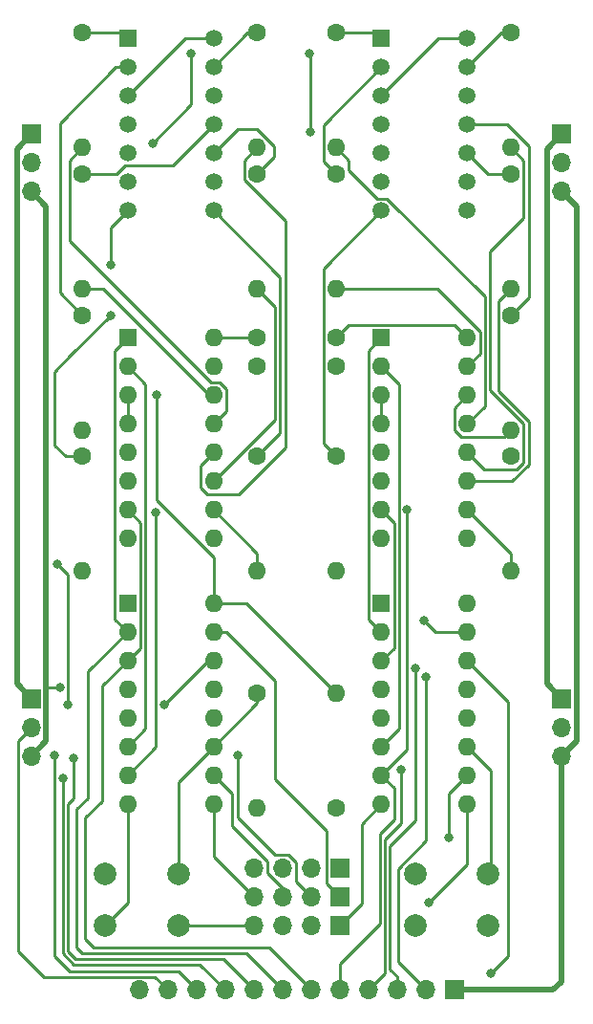
<source format=gtl>
G04 #@! TF.GenerationSoftware,KiCad,Pcbnew,6.0.1-79c1e3a40b~116~ubuntu21.04.1*
G04 #@! TF.CreationDate,2022-02-15T17:04:30-05:00*
G04 #@! TF.ProjectId,display_module,64697370-6c61-4795-9f6d-6f64756c652e,rev?*
G04 #@! TF.SameCoordinates,Original*
G04 #@! TF.FileFunction,Copper,L1,Top*
G04 #@! TF.FilePolarity,Positive*
%FSLAX46Y46*%
G04 Gerber Fmt 4.6, Leading zero omitted, Abs format (unit mm)*
G04 Created by KiCad (PCBNEW 6.0.1-79c1e3a40b~116~ubuntu21.04.1) date 2022-02-15 17:04:30*
%MOMM*%
%LPD*%
G01*
G04 APERTURE LIST*
G04 #@! TA.AperFunction,ComponentPad*
%ADD10R,1.700000X1.700000*%
G04 #@! TD*
G04 #@! TA.AperFunction,ComponentPad*
%ADD11O,1.700000X1.700000*%
G04 #@! TD*
G04 #@! TA.AperFunction,ComponentPad*
%ADD12R,1.500000X1.500000*%
G04 #@! TD*
G04 #@! TA.AperFunction,ComponentPad*
%ADD13C,1.500000*%
G04 #@! TD*
G04 #@! TA.AperFunction,ComponentPad*
%ADD14R,1.600000X1.600000*%
G04 #@! TD*
G04 #@! TA.AperFunction,ComponentPad*
%ADD15O,1.600000X1.600000*%
G04 #@! TD*
G04 #@! TA.AperFunction,ComponentPad*
%ADD16C,1.600000*%
G04 #@! TD*
G04 #@! TA.AperFunction,ComponentPad*
%ADD17C,2.000000*%
G04 #@! TD*
G04 #@! TA.AperFunction,ViaPad*
%ADD18C,0.800000*%
G04 #@! TD*
G04 #@! TA.AperFunction,Conductor*
%ADD19C,0.250000*%
G04 #@! TD*
G04 #@! TA.AperFunction,Conductor*
%ADD20C,0.500000*%
G04 #@! TD*
G04 APERTURE END LIST*
D10*
X119500000Y-56960000D03*
D11*
X119500000Y-59500000D03*
X119500000Y-62040000D03*
D10*
X72500000Y-56960000D03*
D11*
X72500000Y-59500000D03*
X72500000Y-62040000D03*
D10*
X119500000Y-106960000D03*
D11*
X119500000Y-109500000D03*
X119500000Y-112040000D03*
D10*
X109998000Y-132750000D03*
D11*
X107458000Y-132750000D03*
X104918000Y-132750000D03*
X102378000Y-132750000D03*
X99838000Y-132750000D03*
X97298000Y-132750000D03*
X94758000Y-132750000D03*
X92218000Y-132750000D03*
X89678000Y-132750000D03*
X87138000Y-132750000D03*
X84598000Y-132750000D03*
X82058000Y-132750000D03*
D12*
X103500000Y-48500000D03*
D13*
X103500000Y-51040000D03*
X103500000Y-53580000D03*
X103500000Y-56120000D03*
X103500000Y-58660000D03*
X103500000Y-61200000D03*
X103500000Y-63740000D03*
X111120000Y-63740000D03*
X111120000Y-61200000D03*
X111120000Y-58660000D03*
X111120000Y-56120000D03*
X111120000Y-53580000D03*
X111120000Y-51040000D03*
X111120000Y-48500000D03*
D14*
X103500000Y-75000000D03*
D15*
X103500000Y-77540000D03*
X103500000Y-80080000D03*
X103500000Y-82620000D03*
X103500000Y-85160000D03*
X103500000Y-87700000D03*
X103500000Y-90240000D03*
X103500000Y-92780000D03*
X111120000Y-92780000D03*
X111120000Y-90240000D03*
X111120000Y-87700000D03*
X111120000Y-85160000D03*
X111120000Y-82620000D03*
X111120000Y-80080000D03*
X111120000Y-77540000D03*
X111120000Y-75000000D03*
D14*
X103500000Y-98500000D03*
D15*
X103500000Y-101040000D03*
X103500000Y-103580000D03*
X103500000Y-106120000D03*
X103500000Y-108660000D03*
X103500000Y-111200000D03*
X103500000Y-113740000D03*
X103500000Y-116280000D03*
X111120000Y-116280000D03*
X111120000Y-113740000D03*
X111120000Y-111200000D03*
X111120000Y-108660000D03*
X111120000Y-106120000D03*
X111120000Y-103580000D03*
X111120000Y-101040000D03*
X111120000Y-98500000D03*
D16*
X99500000Y-48000000D03*
D15*
X99500000Y-58160000D03*
D16*
X115000000Y-48000000D03*
D15*
X115000000Y-58160000D03*
D16*
X115000000Y-60500000D03*
D15*
X115000000Y-70660000D03*
D16*
X115000000Y-85500000D03*
D15*
X115000000Y-95660000D03*
D16*
X99500000Y-85500000D03*
D15*
X99500000Y-95660000D03*
D16*
X99500000Y-60500000D03*
D15*
X99500000Y-70660000D03*
D16*
X77000000Y-48000000D03*
D15*
X77000000Y-58160000D03*
D16*
X92500000Y-48000000D03*
D15*
X92500000Y-58160000D03*
D16*
X92500000Y-60500000D03*
D15*
X92500000Y-70660000D03*
D16*
X92500000Y-85500000D03*
D15*
X92500000Y-95660000D03*
D16*
X77000000Y-85500000D03*
D15*
X77000000Y-95660000D03*
D16*
X77000000Y-73000000D03*
D15*
X77000000Y-83160000D03*
D16*
X77000000Y-60500000D03*
D15*
X77000000Y-70660000D03*
D17*
X85500000Y-127000000D03*
X79000000Y-127000000D03*
X85500000Y-122500000D03*
X79000000Y-122500000D03*
X113000000Y-127000000D03*
X106500000Y-127000000D03*
X106500000Y-122500000D03*
X113000000Y-122500000D03*
D14*
X81000000Y-75000000D03*
D15*
X81000000Y-77540000D03*
X81000000Y-80080000D03*
X81000000Y-82620000D03*
X81000000Y-85160000D03*
X81000000Y-87700000D03*
X81000000Y-90240000D03*
X81000000Y-92780000D03*
X88620000Y-92780000D03*
X88620000Y-90240000D03*
X88620000Y-87700000D03*
X88620000Y-85160000D03*
X88620000Y-82620000D03*
X88620000Y-80080000D03*
X88620000Y-77540000D03*
X88620000Y-75000000D03*
D14*
X81000000Y-98500000D03*
D15*
X81000000Y-101040000D03*
X81000000Y-103580000D03*
X81000000Y-106120000D03*
X81000000Y-108660000D03*
X81000000Y-111200000D03*
X81000000Y-113740000D03*
X81000000Y-116280000D03*
X88620000Y-116280000D03*
X88620000Y-113740000D03*
X88620000Y-111200000D03*
X88620000Y-108660000D03*
X88620000Y-106120000D03*
X88620000Y-103580000D03*
X88620000Y-101040000D03*
X88620000Y-98500000D03*
D12*
X81000000Y-48500000D03*
D13*
X81000000Y-51040000D03*
X81000000Y-53580000D03*
X81000000Y-56120000D03*
X81000000Y-58660000D03*
X81000000Y-61200000D03*
X81000000Y-63740000D03*
X88620000Y-63740000D03*
X88620000Y-61200000D03*
X88620000Y-58660000D03*
X88620000Y-56120000D03*
X88620000Y-53580000D03*
X88620000Y-51040000D03*
X88620000Y-48500000D03*
D16*
X92500000Y-75000000D03*
X92500000Y-77500000D03*
X99500000Y-75000000D03*
X99500000Y-77500000D03*
D10*
X99823000Y-121980000D03*
D11*
X97283000Y-121980000D03*
X94743000Y-121980000D03*
X92203000Y-121980000D03*
D10*
X99823000Y-124520000D03*
D11*
X97283000Y-124520000D03*
X94743000Y-124520000D03*
X92203000Y-124520000D03*
D10*
X99823000Y-127060000D03*
D11*
X97283000Y-127060000D03*
X94743000Y-127060000D03*
X92203000Y-127060000D03*
D16*
X92500000Y-106500000D03*
D15*
X92500000Y-116660000D03*
D16*
X99500000Y-116660000D03*
D15*
X99500000Y-106500000D03*
D10*
X72500000Y-106960000D03*
D11*
X72500000Y-109500000D03*
X72500000Y-112040000D03*
D16*
X115000000Y-73000000D03*
D15*
X115000000Y-83160000D03*
D18*
X97250000Y-56750000D03*
X97160001Y-49839999D03*
X83250000Y-57750000D03*
X86660001Y-49839999D03*
X84250000Y-107500000D03*
X74750000Y-95000000D03*
X75750000Y-107500000D03*
X74500000Y-112000000D03*
X113250000Y-131250000D03*
X75250000Y-114000000D03*
X83500000Y-90500000D03*
X76250000Y-112250000D03*
X105800011Y-90250000D03*
X105250000Y-113250000D03*
X106525011Y-104250000D03*
X107500000Y-105000000D03*
X83540000Y-80080000D03*
X75000000Y-106000000D03*
X79500000Y-68500000D03*
X79500000Y-73000000D03*
X107750000Y-125000000D03*
X109500000Y-119250000D03*
X90750000Y-112000000D03*
X107250000Y-100000000D03*
D19*
X97250000Y-49929998D02*
X97160001Y-49839999D01*
X92143000Y-127000000D02*
X92203000Y-127060000D01*
X97250000Y-56750000D02*
X97250000Y-49929998D01*
X101750000Y-118030000D02*
X103500000Y-116280000D01*
D20*
X118199999Y-58260001D02*
X118199999Y-105659999D01*
X71199999Y-105659999D02*
X71199999Y-58260001D01*
D19*
X81000000Y-125000000D02*
X81000000Y-116280000D01*
X101750000Y-125133000D02*
X101750000Y-118030000D01*
X85500000Y-127000000D02*
X92143000Y-127000000D01*
D20*
X118199999Y-105659999D02*
X119500000Y-106960000D01*
D19*
X86660001Y-54339999D02*
X86660001Y-49839999D01*
D20*
X71199999Y-58260001D02*
X72500000Y-56960000D01*
D19*
X99823000Y-127060000D02*
X101750000Y-125133000D01*
X79000000Y-127000000D02*
X81000000Y-125000000D01*
D20*
X119500000Y-56960000D02*
X118199999Y-58260001D01*
X72500000Y-106960000D02*
X71199999Y-105659999D01*
D19*
X83250000Y-57750000D02*
X86660001Y-54339999D01*
X73574999Y-131574999D02*
X71324999Y-129324999D01*
X75750000Y-96000000D02*
X74750000Y-95000000D01*
X84598000Y-132750000D02*
X83422999Y-131574999D01*
X84250000Y-107500000D02*
X88170000Y-103580000D01*
X83422999Y-131574999D02*
X73574999Y-131574999D01*
X71324999Y-129324999D02*
X71324999Y-110675001D01*
X88170000Y-103580000D02*
X88620000Y-103580000D01*
X75750000Y-107500000D02*
X75750000Y-96000000D01*
X71324999Y-110675001D02*
X72500000Y-109500000D01*
X75874989Y-131124989D02*
X74500000Y-129750000D01*
X114750000Y-107210000D02*
X114750000Y-129750000D01*
X111120000Y-103580000D02*
X114750000Y-107210000D01*
X74500000Y-129750000D02*
X74500000Y-112000000D01*
X87138000Y-132750000D02*
X85512989Y-131124989D01*
X114750000Y-129750000D02*
X113250000Y-131250000D01*
X85512989Y-131124989D02*
X75874989Y-131124989D01*
X75250000Y-129500000D02*
X75250000Y-114000000D01*
X87428000Y-130500000D02*
X76250000Y-130500000D01*
X76250000Y-130500000D02*
X75250000Y-129500000D01*
X81000000Y-113740000D02*
X83500000Y-111240000D01*
X89678000Y-132750000D02*
X87428000Y-130500000D01*
X83500000Y-111240000D02*
X83500000Y-90500000D01*
X89468000Y-130000000D02*
X76386410Y-130000000D01*
X82575011Y-109624989D02*
X81000000Y-111200000D01*
X75750000Y-116250000D02*
X76250000Y-115750000D01*
X81000000Y-77540000D02*
X82575011Y-79115011D01*
X76386410Y-130000000D02*
X75750000Y-129363590D01*
X76250000Y-115750000D02*
X76250000Y-112250000D01*
X75750000Y-129363590D02*
X75750000Y-116250000D01*
X92218000Y-132750000D02*
X89468000Y-130000000D01*
X82575011Y-79115011D02*
X82575011Y-109624989D01*
X81000000Y-101040000D02*
X79874999Y-99914999D01*
X77500000Y-115750000D02*
X76500000Y-116750000D01*
X76500000Y-129000000D02*
X77000000Y-129500000D01*
X76500000Y-116750000D02*
X76500000Y-129000000D01*
X77000000Y-129500000D02*
X91508000Y-129500000D01*
X91508000Y-129500000D02*
X94758000Y-132750000D01*
X79874999Y-99914999D02*
X79874999Y-76125001D01*
X77500000Y-104540000D02*
X77500000Y-115750000D01*
X81000000Y-101040000D02*
X77500000Y-104540000D01*
X79874999Y-76125001D02*
X81000000Y-75000000D01*
X93548000Y-129000000D02*
X78000000Y-129000000D01*
X81000000Y-103580000D02*
X82125001Y-102454999D01*
X77250000Y-128250000D02*
X77250000Y-117500000D01*
X78750000Y-116000000D02*
X78750000Y-105830000D01*
X82125001Y-91365001D02*
X81000000Y-90240000D01*
X97298000Y-132750000D02*
X93548000Y-129000000D01*
X82125001Y-102454999D02*
X82125001Y-91365001D01*
X78750000Y-105830000D02*
X81000000Y-103580000D01*
X78000000Y-129000000D02*
X77250000Y-128250000D01*
X77250000Y-117500000D02*
X78750000Y-116000000D01*
X105800011Y-111439989D02*
X105800011Y-90250000D01*
X103375000Y-126875000D02*
X99838000Y-130412000D01*
X99838000Y-130412000D02*
X99838000Y-132750000D01*
X103500000Y-113740000D02*
X104625001Y-114865001D01*
X103375000Y-118875000D02*
X103375000Y-126875000D01*
X103500000Y-113740000D02*
X105800011Y-111439989D01*
X104625001Y-114865001D02*
X104625001Y-117624999D01*
X104625001Y-117624999D02*
X103375000Y-118875000D01*
X105250000Y-118000000D02*
X105250000Y-113250000D01*
X103825010Y-131302990D02*
X103825010Y-119424990D01*
X105075011Y-109624989D02*
X105075011Y-79115011D01*
X102378000Y-132750000D02*
X103825010Y-131302990D01*
X103825010Y-119424990D02*
X105250000Y-118000000D01*
X105075011Y-79115011D02*
X103500000Y-77540000D01*
X103500000Y-111200000D02*
X105075011Y-109624989D01*
X104275020Y-119974980D02*
X106525011Y-117724989D01*
X102374999Y-99914999D02*
X102374999Y-76125001D01*
X103500000Y-101040000D02*
X102374999Y-99914999D01*
X104275020Y-130904939D02*
X104275020Y-119974980D01*
X102374999Y-76125001D02*
X103500000Y-75000000D01*
X104918000Y-132750000D02*
X104918000Y-131547919D01*
X104918000Y-131547919D02*
X104275020Y-130904939D01*
X106525011Y-117724989D02*
X106525011Y-104250000D01*
X105000000Y-122038998D02*
X107500000Y-119538998D01*
X104625001Y-102454999D02*
X104625001Y-91365001D01*
X107458000Y-132750000D02*
X105000000Y-130292000D01*
X104625001Y-91365001D02*
X103500000Y-90240000D01*
X103500000Y-103580000D02*
X104625001Y-102454999D01*
X107500000Y-119538998D02*
X107500000Y-105000000D01*
X105000000Y-130292000D02*
X105000000Y-122038998D01*
X103500000Y-82620000D02*
X103500000Y-80080000D01*
X92500000Y-75000000D02*
X88620000Y-75000000D01*
D20*
X109998000Y-132750000D02*
X118750000Y-132750000D01*
D19*
X109994999Y-73874999D02*
X100625001Y-73874999D01*
X111120000Y-75000000D02*
X109994999Y-73874999D01*
X75000000Y-106000000D02*
X73750000Y-106000000D01*
X81000000Y-82620000D02*
X81000000Y-80080000D01*
X88620000Y-98500000D02*
X91500000Y-98500000D01*
D20*
X118750000Y-132750000D02*
X119500000Y-132000000D01*
X119500000Y-112040000D02*
X120800001Y-110739999D01*
D19*
X73675001Y-110864999D02*
X73675001Y-106074999D01*
X83540000Y-89365002D02*
X83540000Y-80080000D01*
X100625001Y-73874999D02*
X99500000Y-75000000D01*
X72500000Y-112040000D02*
X73675001Y-110864999D01*
D20*
X120800001Y-110739999D02*
X120800001Y-63340001D01*
X72500000Y-112040000D02*
X73800001Y-110739999D01*
X73800001Y-110739999D02*
X73800001Y-63340001D01*
D19*
X88620000Y-94445002D02*
X83540000Y-89365002D01*
D20*
X120800001Y-63340001D02*
X119500000Y-62040000D01*
X73800001Y-63340001D02*
X72500000Y-62040000D01*
D19*
X73750000Y-106000000D02*
X73675001Y-106074999D01*
X73675001Y-106074999D02*
X73675001Y-63215001D01*
X91500000Y-98500000D02*
X99500000Y-106500000D01*
X88620000Y-98500000D02*
X88620000Y-94445002D01*
D20*
X119500000Y-132000000D02*
X119500000Y-112040000D01*
D19*
X73675001Y-63215001D02*
X72500000Y-62040000D01*
X88620000Y-82620000D02*
X89745001Y-81494999D01*
X75874999Y-59285001D02*
X77000000Y-58160000D01*
X89745001Y-79539999D02*
X89160001Y-78954999D01*
X88369997Y-78954999D02*
X75874999Y-66460001D01*
X89160001Y-78954999D02*
X88369997Y-78954999D01*
X89745001Y-81494999D02*
X89745001Y-79539999D01*
X75874999Y-66460001D02*
X75874999Y-59285001D01*
X77000000Y-48000000D02*
X80500000Y-48000000D01*
X80500000Y-48000000D02*
X81000000Y-48500000D01*
X87494999Y-88240001D02*
X88079999Y-88825001D01*
X88620000Y-85160000D02*
X87494999Y-86285001D01*
X91374999Y-61040001D02*
X91374999Y-59285001D01*
X91374999Y-59285001D02*
X92500000Y-58160000D01*
X87494999Y-86285001D02*
X87494999Y-88240001D01*
X88079999Y-88825001D02*
X90840001Y-88825001D01*
X94975030Y-64640032D02*
X91374999Y-61040001D01*
X90840001Y-88825001D02*
X94975030Y-84689972D01*
X94975030Y-84689972D02*
X94975030Y-64640032D01*
X91660000Y-48000000D02*
X92500000Y-48000000D01*
X88620000Y-51040000D02*
X91660000Y-48000000D01*
X92500000Y-70660000D02*
X94075011Y-72235011D01*
X94075011Y-82244989D02*
X88620000Y-87700000D01*
X94075011Y-72235011D02*
X94075011Y-82244989D01*
X88620000Y-58660000D02*
X90780000Y-56500000D01*
X94000000Y-57994998D02*
X94000000Y-59000000D01*
X94000000Y-59000000D02*
X92500000Y-60500000D01*
X90780000Y-56500000D02*
X92505002Y-56500000D01*
X92505002Y-56500000D02*
X94000000Y-57994998D01*
X92500000Y-94120000D02*
X92500000Y-95660000D01*
X88620000Y-90240000D02*
X92500000Y-94120000D01*
X92500000Y-85500000D02*
X94525021Y-83474979D01*
X94525021Y-69645021D02*
X88620000Y-63740000D01*
X94525021Y-83474979D02*
X94525021Y-69645021D01*
X75500000Y-85500000D02*
X74500000Y-84500000D01*
X74500000Y-78000000D02*
X76000000Y-76500000D01*
X79500000Y-65240000D02*
X81000000Y-63740000D01*
X77000000Y-85500000D02*
X75500000Y-85500000D01*
X74500000Y-84500000D02*
X74500000Y-78000000D01*
X76000000Y-76500000D02*
X79500000Y-73000000D01*
X79500000Y-68500000D02*
X79500000Y-65240000D01*
X85500000Y-114320000D02*
X88620000Y-111200000D01*
X92500000Y-107320000D02*
X92500000Y-106500000D01*
X88620000Y-111200000D02*
X92500000Y-107320000D01*
X85500000Y-122500000D02*
X85500000Y-114320000D01*
X77000000Y-73000000D02*
X75000000Y-71000000D01*
X75000000Y-71000000D02*
X75000000Y-56000000D01*
X79960000Y-51040000D02*
X81000000Y-51040000D01*
X75000000Y-56000000D02*
X79960000Y-51040000D01*
X77000000Y-70660000D02*
X78845002Y-70660000D01*
X78845002Y-70660000D02*
X88265002Y-80080000D01*
X88265002Y-80080000D02*
X88620000Y-80080000D01*
X77000000Y-60500000D02*
X80000000Y-60500000D01*
X85004999Y-59735001D02*
X88620000Y-56120000D01*
X80764999Y-59735001D02*
X85004999Y-59735001D01*
X80000000Y-60500000D02*
X80764999Y-59735001D01*
X100625001Y-59285001D02*
X100625001Y-60125001D01*
X99500000Y-58160000D02*
X100625001Y-59285001D01*
X103164999Y-62664999D02*
X104016001Y-62664999D01*
X112695010Y-81044990D02*
X111120000Y-82620000D01*
X104016001Y-62664999D02*
X112695010Y-71344008D01*
X112695010Y-71344008D02*
X112695010Y-81044990D01*
X100625001Y-60125001D02*
X103164999Y-62664999D01*
X103000000Y-48000000D02*
X103500000Y-48500000D01*
X99500000Y-48000000D02*
X103000000Y-48000000D01*
X116125001Y-86040001D02*
X116125001Y-82625001D01*
X112585001Y-86625001D02*
X115540001Y-86625001D01*
X113145020Y-79645020D02*
X113145020Y-67354980D01*
X113145020Y-67354980D02*
X116125001Y-64374999D01*
X115540001Y-86625001D02*
X116125001Y-86040001D01*
X116125001Y-82625001D02*
X113145020Y-79645020D01*
X116125001Y-64374999D02*
X116125001Y-61374999D01*
X111120000Y-85160000D02*
X112585001Y-86625001D01*
X116125001Y-59285001D02*
X116125001Y-61374999D01*
X116125001Y-61374999D02*
X116125001Y-61624999D01*
X115000000Y-58160000D02*
X116125001Y-59285001D01*
X111120000Y-51040000D02*
X114160000Y-48000000D01*
X114160000Y-48000000D02*
X115000000Y-48000000D01*
X116575011Y-82438601D02*
X116575010Y-86226402D01*
X115101412Y-87700000D02*
X111120000Y-87700000D01*
X113874999Y-79738589D02*
X116575011Y-82438601D01*
X115000000Y-70660000D02*
X113874999Y-71785001D01*
X116575010Y-86226402D02*
X115101412Y-87700000D01*
X113874999Y-71785001D02*
X113874999Y-79738589D01*
X112960000Y-60500000D02*
X115000000Y-60500000D01*
X111120000Y-58660000D02*
X112960000Y-60500000D01*
X115000000Y-94120000D02*
X115000000Y-95660000D01*
X111120000Y-90240000D02*
X115000000Y-94120000D01*
X98374999Y-84374999D02*
X99500000Y-85500000D01*
X103500000Y-63740000D02*
X98374999Y-68865001D01*
X98374999Y-68865001D02*
X98374999Y-84374999D01*
X113250000Y-113330000D02*
X113250000Y-122250000D01*
X113250000Y-122250000D02*
X113000000Y-122500000D01*
X111120000Y-111200000D02*
X113250000Y-113330000D01*
X111120000Y-121630000D02*
X111120000Y-116280000D01*
X107750000Y-125000000D02*
X111120000Y-121630000D01*
X92203000Y-124520000D02*
X88620000Y-120937000D01*
X88620000Y-120937000D02*
X88620000Y-116280000D01*
X90250000Y-118250000D02*
X93378001Y-121378001D01*
X94743000Y-123719002D02*
X93378001Y-122354003D01*
X94743000Y-124520000D02*
X94743000Y-123719002D01*
X109500000Y-119250000D02*
X109500000Y-115360000D01*
X109500000Y-115360000D02*
X111120000Y-113740000D01*
X90250000Y-115370000D02*
X90250000Y-118250000D01*
X88620000Y-113740000D02*
X90250000Y-115370000D01*
X93378001Y-122354003D02*
X93378001Y-121378001D01*
X95918001Y-123155001D02*
X97283000Y-124520000D01*
X95307001Y-120804999D02*
X95918001Y-121415999D01*
X94054999Y-120804999D02*
X95307001Y-120804999D01*
X90750000Y-117500000D02*
X94054999Y-120804999D01*
X90750000Y-112000000D02*
X90750000Y-117500000D01*
X95918001Y-121415999D02*
X95918001Y-123155001D01*
X89751370Y-101040000D02*
X88620000Y-101040000D01*
X99823000Y-124520000D02*
X98647999Y-123344999D01*
X94105685Y-114105685D02*
X94105685Y-105394315D01*
X107250000Y-100000000D02*
X108290000Y-101040000D01*
X98647999Y-118647999D02*
X94105685Y-114105685D01*
X108290000Y-101040000D02*
X111120000Y-101040000D01*
X98647999Y-123344999D02*
X98647999Y-118647999D01*
X94105685Y-105394315D02*
X89751370Y-101040000D01*
X88620000Y-48500000D02*
X86080000Y-48500000D01*
X86080000Y-48500000D02*
X81000000Y-53580000D01*
X103500000Y-53580000D02*
X108580000Y-48500000D01*
X108580000Y-48500000D02*
X111120000Y-48500000D01*
X112245001Y-74459999D02*
X112245001Y-76414999D01*
X108445002Y-70660000D02*
X112245001Y-74459999D01*
X99500000Y-70660000D02*
X108445002Y-70660000D01*
X112245001Y-76414999D02*
X111120000Y-77540000D01*
X99500000Y-60500000D02*
X98374999Y-59374999D01*
X98374999Y-56165001D02*
X103500000Y-51040000D01*
X98374999Y-59374999D02*
X98374999Y-56165001D01*
X109994999Y-83160001D02*
X110579999Y-83745001D01*
X110579999Y-83745001D02*
X114414999Y-83745001D01*
X109994999Y-81205001D02*
X109994999Y-83160001D01*
X114414999Y-83745001D02*
X115000000Y-83160000D01*
X111120000Y-80080000D02*
X109994999Y-81205001D01*
X116575011Y-71424989D02*
X115000000Y-73000000D01*
X114625002Y-56120000D02*
X116575011Y-58070009D01*
X116575011Y-58070009D02*
X116575011Y-71424989D01*
X111120000Y-56120000D02*
X114625002Y-56120000D01*
M02*

</source>
